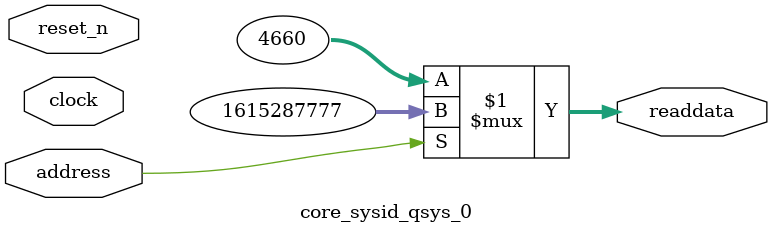
<source format=v>



// synthesis translate_off
`timescale 1ns / 1ps
// synthesis translate_on

// turn off superfluous verilog processor warnings 
// altera message_level Level1 
// altera message_off 10034 10035 10036 10037 10230 10240 10030 

module core_sysid_qsys_0 (
               // inputs:
                address,
                clock,
                reset_n,

               // outputs:
                readdata
             )
;

  output  [ 31: 0] readdata;
  input            address;
  input            clock;
  input            reset_n;

  wire    [ 31: 0] readdata;
  //control_slave, which is an e_avalon_slave
  assign readdata = address ? 1615287777 : 4660;

endmodule



</source>
